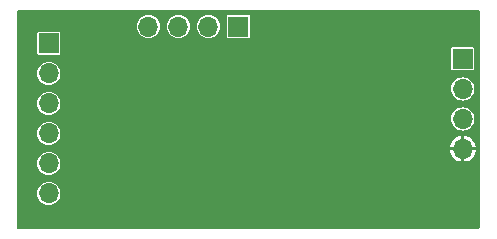
<source format=gbr>
%TF.GenerationSoftware,KiCad,Pcbnew,7.0.5*%
%TF.CreationDate,2023-10-03T15:35:51+05:30*%
%TF.ProjectId,ADS122C04,41445331-3232-4433-9034-2e6b69636164,rev?*%
%TF.SameCoordinates,Original*%
%TF.FileFunction,Copper,L2,Bot*%
%TF.FilePolarity,Positive*%
%FSLAX46Y46*%
G04 Gerber Fmt 4.6, Leading zero omitted, Abs format (unit mm)*
G04 Created by KiCad (PCBNEW 7.0.5) date 2023-10-03 15:35:51*
%MOMM*%
%LPD*%
G01*
G04 APERTURE LIST*
%TA.AperFunction,ComponentPad*%
%ADD10R,1.700000X1.700000*%
%TD*%
%TA.AperFunction,ComponentPad*%
%ADD11O,1.700000X1.700000*%
%TD*%
%TA.AperFunction,ViaPad*%
%ADD12C,0.800000*%
%TD*%
G04 APERTURE END LIST*
D10*
%TO.P,J1,1,Pin_1*%
%TO.N,Net-(J1-Pin_1)*%
X177901600Y-97028000D03*
D11*
%TO.P,J1,2,Pin_2*%
%TO.N,Net-(J1-Pin_2)*%
X177901600Y-99568000D03*
%TO.P,J1,3,Pin_3*%
%TO.N,Net-(J1-Pin_3)*%
X177901600Y-102108000D03*
%TO.P,J1,4,Pin_4*%
%TO.N,Net-(J1-Pin_4)*%
X177901600Y-104648000D03*
%TO.P,J1,5,Pin_5*%
%TO.N,Net-(J1-Pin_5)*%
X177901600Y-107188000D03*
%TO.P,J1,6,Pin_6*%
%TO.N,Net-(J1-Pin_6)*%
X177901600Y-109728000D03*
%TD*%
D10*
%TO.P,J2,1,Pin_1*%
%TO.N,Net-(J2-Pin_1)*%
X212953600Y-98348800D03*
D11*
%TO.P,J2,2,Pin_2*%
%TO.N,Net-(J2-Pin_2)*%
X212953600Y-100888800D03*
%TO.P,J2,3,Pin_3*%
%TO.N,+3V3*%
X212953600Y-103428800D03*
%TO.P,J2,4,Pin_4*%
%TO.N,GND*%
X212953600Y-105968800D03*
%TD*%
D10*
%TO.P,J3,1,Pin_1*%
%TO.N,Net-(J3-Pin_1)*%
X193954400Y-95605600D03*
D11*
%TO.P,J3,2,Pin_2*%
%TO.N,Net-(J3-Pin_2)*%
X191414400Y-95605600D03*
%TO.P,J3,3,Pin_3*%
%TO.N,Net-(J3-Pin_3)*%
X188874400Y-95605600D03*
%TO.P,J3,4,Pin_4*%
%TO.N,Net-(J3-Pin_4)*%
X186334400Y-95605600D03*
%TD*%
D12*
%TO.N,GND*%
X207314800Y-105105200D03*
X205384400Y-102666800D03*
X180949600Y-95351600D03*
%TD*%
%TA.AperFunction,Conductor*%
%TO.N,GND*%
G36*
X214377339Y-94264985D02*
G01*
X214423094Y-94317789D01*
X214434300Y-94369300D01*
X214434300Y-112589900D01*
X214414615Y-112656939D01*
X214361811Y-112702694D01*
X214310300Y-112713900D01*
X175293700Y-112713900D01*
X175226661Y-112694215D01*
X175180906Y-112641411D01*
X175169700Y-112589900D01*
X175169700Y-109728000D01*
X176919370Y-109728000D01*
X176938243Y-109919626D01*
X176994138Y-110103884D01*
X177084902Y-110273692D01*
X177084906Y-110273699D01*
X177207058Y-110422541D01*
X177355900Y-110544693D01*
X177355907Y-110544697D01*
X177525715Y-110635461D01*
X177525717Y-110635462D01*
X177709976Y-110691357D01*
X177901600Y-110710230D01*
X178093224Y-110691357D01*
X178277483Y-110635462D01*
X178447298Y-110544694D01*
X178596141Y-110422541D01*
X178718294Y-110273698D01*
X178809062Y-110103883D01*
X178864957Y-109919624D01*
X178883830Y-109728000D01*
X178864957Y-109536376D01*
X178809062Y-109352117D01*
X178718294Y-109182302D01*
X178718293Y-109182300D01*
X178596141Y-109033458D01*
X178447299Y-108911306D01*
X178447292Y-108911302D01*
X178277484Y-108820538D01*
X178093226Y-108764643D01*
X177901600Y-108745770D01*
X177709973Y-108764643D01*
X177525715Y-108820538D01*
X177355907Y-108911302D01*
X177355900Y-108911306D01*
X177207058Y-109033458D01*
X177084906Y-109182300D01*
X177084902Y-109182307D01*
X176994138Y-109352115D01*
X176938243Y-109536373D01*
X176919370Y-109728000D01*
X175169700Y-109728000D01*
X175169700Y-107188000D01*
X176919370Y-107188000D01*
X176938243Y-107379626D01*
X176994138Y-107563884D01*
X177084902Y-107733692D01*
X177084906Y-107733699D01*
X177207058Y-107882541D01*
X177355900Y-108004693D01*
X177355907Y-108004697D01*
X177525715Y-108095461D01*
X177525717Y-108095462D01*
X177709976Y-108151357D01*
X177901600Y-108170230D01*
X178093224Y-108151357D01*
X178277483Y-108095462D01*
X178447298Y-108004694D01*
X178596141Y-107882541D01*
X178718294Y-107733698D01*
X178809062Y-107563883D01*
X178864957Y-107379624D01*
X178883830Y-107188000D01*
X178864957Y-106996376D01*
X178809062Y-106812117D01*
X178809061Y-106812115D01*
X178718297Y-106642307D01*
X178718293Y-106642300D01*
X178596141Y-106493458D01*
X178447299Y-106371306D01*
X178447292Y-106371302D01*
X178277484Y-106280538D01*
X178093226Y-106224643D01*
X177901600Y-106205770D01*
X177709973Y-106224643D01*
X177525715Y-106280538D01*
X177355907Y-106371302D01*
X177355900Y-106371306D01*
X177207058Y-106493458D01*
X177084906Y-106642300D01*
X177084902Y-106642307D01*
X176994138Y-106812115D01*
X176938243Y-106996373D01*
X176919370Y-107188000D01*
X175169700Y-107188000D01*
X175169700Y-105843799D01*
X211860469Y-105843799D01*
X211860470Y-105843800D01*
X212469195Y-105843800D01*
X212453600Y-105896911D01*
X212453600Y-106040689D01*
X212469195Y-106093800D01*
X211860470Y-106093800D01*
X211867697Y-106171789D01*
X211867697Y-106171792D01*
X211923483Y-106367863D01*
X211923486Y-106367869D01*
X212014354Y-106550356D01*
X212137208Y-106713042D01*
X212287860Y-106850378D01*
X212461184Y-106957697D01*
X212651278Y-107031339D01*
X212828600Y-107064486D01*
X212828600Y-106455969D01*
X212917837Y-106468800D01*
X212989363Y-106468800D01*
X213078600Y-106455969D01*
X213078600Y-107064486D01*
X213255921Y-107031339D01*
X213446015Y-106957697D01*
X213619339Y-106850378D01*
X213769991Y-106713042D01*
X213892845Y-106550356D01*
X213983713Y-106367869D01*
X213983716Y-106367863D01*
X214039502Y-106171792D01*
X214039502Y-106171789D01*
X214046730Y-106093800D01*
X213438005Y-106093800D01*
X213453600Y-106040689D01*
X213453600Y-105896911D01*
X213438005Y-105843800D01*
X214046730Y-105843800D01*
X214046730Y-105843799D01*
X214039502Y-105765810D01*
X214039502Y-105765807D01*
X213983716Y-105569736D01*
X213983713Y-105569730D01*
X213892845Y-105387243D01*
X213769991Y-105224557D01*
X213619339Y-105087221D01*
X213446015Y-104979902D01*
X213255921Y-104906260D01*
X213078600Y-104873112D01*
X213078600Y-105481630D01*
X212989363Y-105468800D01*
X212917837Y-105468800D01*
X212828600Y-105481630D01*
X212828600Y-104873112D01*
X212651278Y-104906260D01*
X212461184Y-104979902D01*
X212287860Y-105087221D01*
X212137208Y-105224557D01*
X212014354Y-105387243D01*
X211923486Y-105569730D01*
X211923483Y-105569736D01*
X211867697Y-105765807D01*
X211867697Y-105765810D01*
X211860469Y-105843799D01*
X175169700Y-105843799D01*
X175169700Y-104647999D01*
X176919370Y-104647999D01*
X176938243Y-104839626D01*
X176994138Y-105023884D01*
X177084902Y-105193692D01*
X177084906Y-105193699D01*
X177207058Y-105342541D01*
X177355900Y-105464693D01*
X177355907Y-105464697D01*
X177392245Y-105484120D01*
X177525717Y-105555462D01*
X177709976Y-105611357D01*
X177901600Y-105630230D01*
X178093224Y-105611357D01*
X178277483Y-105555462D01*
X178447298Y-105464694D01*
X178596141Y-105342541D01*
X178718294Y-105193698D01*
X178809062Y-105023883D01*
X178864957Y-104839624D01*
X178883830Y-104648000D01*
X178864957Y-104456376D01*
X178809062Y-104272117D01*
X178718294Y-104102302D01*
X178718293Y-104102300D01*
X178596141Y-103953458D01*
X178447299Y-103831306D01*
X178447292Y-103831302D01*
X178277484Y-103740538D01*
X178093226Y-103684643D01*
X177901600Y-103665770D01*
X177709973Y-103684643D01*
X177525715Y-103740538D01*
X177355907Y-103831302D01*
X177355900Y-103831306D01*
X177207058Y-103953458D01*
X177084906Y-104102300D01*
X177084902Y-104102307D01*
X176994138Y-104272115D01*
X176938243Y-104456373D01*
X176919370Y-104647999D01*
X175169700Y-104647999D01*
X175169700Y-103428799D01*
X211971370Y-103428799D01*
X211990243Y-103620426D01*
X212046138Y-103804684D01*
X212136902Y-103974492D01*
X212136906Y-103974499D01*
X212259058Y-104123341D01*
X212407900Y-104245493D01*
X212407907Y-104245497D01*
X212457706Y-104272115D01*
X212577717Y-104336262D01*
X212761976Y-104392157D01*
X212953600Y-104411030D01*
X213145224Y-104392157D01*
X213329483Y-104336262D01*
X213499298Y-104245494D01*
X213648141Y-104123341D01*
X213770294Y-103974498D01*
X213861062Y-103804683D01*
X213916957Y-103620424D01*
X213935830Y-103428800D01*
X213916957Y-103237176D01*
X213861062Y-103052917D01*
X213792527Y-102924697D01*
X213770297Y-102883107D01*
X213770293Y-102883100D01*
X213648141Y-102734258D01*
X213499299Y-102612106D01*
X213499292Y-102612102D01*
X213329484Y-102521338D01*
X213145226Y-102465443D01*
X212953600Y-102446570D01*
X212761973Y-102465443D01*
X212577715Y-102521338D01*
X212407907Y-102612102D01*
X212407900Y-102612106D01*
X212259058Y-102734258D01*
X212136906Y-102883100D01*
X212136902Y-102883107D01*
X212046138Y-103052915D01*
X211990243Y-103237173D01*
X211971370Y-103428799D01*
X175169700Y-103428799D01*
X175169700Y-102108000D01*
X176919370Y-102108000D01*
X176938243Y-102299626D01*
X176994138Y-102483884D01*
X177084902Y-102653692D01*
X177084906Y-102653699D01*
X177207058Y-102802541D01*
X177355900Y-102924693D01*
X177355907Y-102924697D01*
X177525715Y-103015461D01*
X177525717Y-103015462D01*
X177709976Y-103071357D01*
X177901600Y-103090230D01*
X178093224Y-103071357D01*
X178277483Y-103015462D01*
X178447298Y-102924694D01*
X178596141Y-102802541D01*
X178718294Y-102653698D01*
X178809062Y-102483883D01*
X178864957Y-102299624D01*
X178883830Y-102108000D01*
X178864957Y-101916376D01*
X178809062Y-101732117D01*
X178718294Y-101562302D01*
X178718293Y-101562300D01*
X178596141Y-101413458D01*
X178447299Y-101291306D01*
X178447292Y-101291302D01*
X178277484Y-101200538D01*
X178093226Y-101144643D01*
X177901600Y-101125770D01*
X177709973Y-101144643D01*
X177525715Y-101200538D01*
X177355907Y-101291302D01*
X177355900Y-101291306D01*
X177207058Y-101413458D01*
X177084906Y-101562300D01*
X177084902Y-101562307D01*
X176994138Y-101732115D01*
X176938243Y-101916373D01*
X176919370Y-102108000D01*
X175169700Y-102108000D01*
X175169700Y-100888800D01*
X211971370Y-100888800D01*
X211990243Y-101080426D01*
X212046138Y-101264684D01*
X212136902Y-101434492D01*
X212136906Y-101434499D01*
X212259058Y-101583341D01*
X212407900Y-101705493D01*
X212407907Y-101705497D01*
X212457706Y-101732115D01*
X212577717Y-101796262D01*
X212761976Y-101852157D01*
X212953600Y-101871030D01*
X213145224Y-101852157D01*
X213329483Y-101796262D01*
X213499298Y-101705494D01*
X213648141Y-101583341D01*
X213770294Y-101434498D01*
X213861062Y-101264683D01*
X213916957Y-101080424D01*
X213935830Y-100888800D01*
X213916957Y-100697176D01*
X213861062Y-100512917D01*
X213792527Y-100384697D01*
X213770297Y-100343107D01*
X213770293Y-100343100D01*
X213648141Y-100194258D01*
X213499299Y-100072106D01*
X213499292Y-100072102D01*
X213329484Y-99981338D01*
X213145226Y-99925443D01*
X212953600Y-99906570D01*
X212761973Y-99925443D01*
X212577715Y-99981338D01*
X212407907Y-100072102D01*
X212407900Y-100072106D01*
X212259058Y-100194258D01*
X212136906Y-100343100D01*
X212136902Y-100343107D01*
X212046138Y-100512915D01*
X211990243Y-100697173D01*
X211971370Y-100888800D01*
X175169700Y-100888800D01*
X175169700Y-99568000D01*
X176919370Y-99568000D01*
X176938243Y-99759626D01*
X176994138Y-99943884D01*
X177084902Y-100113692D01*
X177084906Y-100113699D01*
X177207058Y-100262541D01*
X177355900Y-100384693D01*
X177355907Y-100384697D01*
X177525715Y-100475461D01*
X177525717Y-100475462D01*
X177709976Y-100531357D01*
X177901600Y-100550230D01*
X178093224Y-100531357D01*
X178277483Y-100475462D01*
X178447298Y-100384694D01*
X178596141Y-100262541D01*
X178718294Y-100113698D01*
X178809062Y-99943883D01*
X178864957Y-99759624D01*
X178883830Y-99568000D01*
X178864957Y-99376376D01*
X178814899Y-99211358D01*
X211976100Y-99211358D01*
X211983498Y-99248549D01*
X212011677Y-99290722D01*
X212053850Y-99318901D01*
X212053852Y-99318902D01*
X212081805Y-99324462D01*
X212091041Y-99326300D01*
X212091042Y-99326300D01*
X213816159Y-99326300D01*
X213823557Y-99324828D01*
X213853348Y-99318902D01*
X213895522Y-99290722D01*
X213923702Y-99248548D01*
X213931100Y-99211358D01*
X213931100Y-97486242D01*
X213923702Y-97449052D01*
X213923701Y-97449050D01*
X213895522Y-97406877D01*
X213853349Y-97378698D01*
X213816159Y-97371300D01*
X213816158Y-97371300D01*
X212091042Y-97371300D01*
X212091041Y-97371300D01*
X212053850Y-97378698D01*
X212011677Y-97406877D01*
X211983498Y-97449050D01*
X211976100Y-97486241D01*
X211976100Y-99211358D01*
X178814899Y-99211358D01*
X178809062Y-99192117D01*
X178718294Y-99022302D01*
X178718293Y-99022300D01*
X178596141Y-98873458D01*
X178447299Y-98751306D01*
X178447292Y-98751302D01*
X178277484Y-98660538D01*
X178093226Y-98604643D01*
X177901600Y-98585770D01*
X177709973Y-98604643D01*
X177525715Y-98660538D01*
X177355907Y-98751302D01*
X177355900Y-98751306D01*
X177207058Y-98873458D01*
X177084906Y-99022300D01*
X177084902Y-99022307D01*
X176994138Y-99192115D01*
X176938243Y-99376373D01*
X176919370Y-99568000D01*
X175169700Y-99568000D01*
X175169700Y-97890558D01*
X176924100Y-97890558D01*
X176931498Y-97927749D01*
X176959677Y-97969922D01*
X177001850Y-97998101D01*
X177001852Y-97998102D01*
X177029805Y-98003662D01*
X177039041Y-98005500D01*
X177039042Y-98005500D01*
X178764159Y-98005500D01*
X178771557Y-98004028D01*
X178801348Y-97998102D01*
X178843522Y-97969922D01*
X178871702Y-97927748D01*
X178879100Y-97890558D01*
X178879100Y-96165442D01*
X178871702Y-96128252D01*
X178871701Y-96128250D01*
X178843522Y-96086077D01*
X178801349Y-96057898D01*
X178764159Y-96050500D01*
X178764158Y-96050500D01*
X177039042Y-96050500D01*
X177039041Y-96050500D01*
X177001850Y-96057898D01*
X176959677Y-96086077D01*
X176931498Y-96128250D01*
X176924100Y-96165441D01*
X176924100Y-97890558D01*
X175169700Y-97890558D01*
X175169700Y-95605599D01*
X185352170Y-95605599D01*
X185371043Y-95797226D01*
X185426938Y-95981484D01*
X185517702Y-96151292D01*
X185517706Y-96151299D01*
X185639858Y-96300141D01*
X185788700Y-96422293D01*
X185788707Y-96422297D01*
X185944085Y-96505348D01*
X185958517Y-96513062D01*
X186142776Y-96568957D01*
X186334400Y-96587830D01*
X186526024Y-96568957D01*
X186710283Y-96513062D01*
X186880098Y-96422294D01*
X187028941Y-96300141D01*
X187151094Y-96151298D01*
X187241862Y-95981483D01*
X187297757Y-95797224D01*
X187316630Y-95605600D01*
X187892170Y-95605600D01*
X187911043Y-95797226D01*
X187966938Y-95981484D01*
X188057702Y-96151292D01*
X188057706Y-96151299D01*
X188179858Y-96300141D01*
X188328700Y-96422293D01*
X188328707Y-96422297D01*
X188484085Y-96505348D01*
X188498517Y-96513062D01*
X188682776Y-96568957D01*
X188874400Y-96587830D01*
X189066024Y-96568957D01*
X189250283Y-96513062D01*
X189420098Y-96422294D01*
X189568941Y-96300141D01*
X189691094Y-96151298D01*
X189781862Y-95981483D01*
X189837757Y-95797224D01*
X189856630Y-95605600D01*
X189856630Y-95605599D01*
X190432170Y-95605599D01*
X190451043Y-95797226D01*
X190506938Y-95981484D01*
X190597702Y-96151292D01*
X190597706Y-96151299D01*
X190719858Y-96300141D01*
X190868700Y-96422293D01*
X190868707Y-96422297D01*
X191024085Y-96505348D01*
X191038517Y-96513062D01*
X191222776Y-96568957D01*
X191414400Y-96587830D01*
X191606024Y-96568957D01*
X191790283Y-96513062D01*
X191874292Y-96468158D01*
X192976900Y-96468158D01*
X192984298Y-96505349D01*
X193012477Y-96547522D01*
X193054650Y-96575701D01*
X193054652Y-96575702D01*
X193082605Y-96581262D01*
X193091841Y-96583100D01*
X193091842Y-96583100D01*
X194816959Y-96583100D01*
X194824357Y-96581628D01*
X194854148Y-96575702D01*
X194896322Y-96547522D01*
X194924502Y-96505348D01*
X194931900Y-96468158D01*
X194931900Y-94743042D01*
X194924502Y-94705852D01*
X194919348Y-94698138D01*
X194896322Y-94663677D01*
X194854149Y-94635498D01*
X194816959Y-94628100D01*
X194816958Y-94628100D01*
X193091842Y-94628100D01*
X193091841Y-94628100D01*
X193054650Y-94635498D01*
X193012477Y-94663677D01*
X192984298Y-94705850D01*
X192976900Y-94743041D01*
X192976900Y-96468158D01*
X191874292Y-96468158D01*
X191960098Y-96422294D01*
X192108941Y-96300141D01*
X192231094Y-96151298D01*
X192321862Y-95981483D01*
X192377757Y-95797224D01*
X192396630Y-95605600D01*
X192377757Y-95413976D01*
X192321862Y-95229717D01*
X192231094Y-95059902D01*
X192231093Y-95059900D01*
X192108941Y-94911058D01*
X191960099Y-94788906D01*
X191960092Y-94788902D01*
X191790284Y-94698138D01*
X191606026Y-94642243D01*
X191414400Y-94623370D01*
X191222773Y-94642243D01*
X191038515Y-94698138D01*
X190868707Y-94788902D01*
X190868700Y-94788906D01*
X190719858Y-94911058D01*
X190597706Y-95059900D01*
X190597702Y-95059907D01*
X190506938Y-95229715D01*
X190451043Y-95413973D01*
X190432170Y-95605599D01*
X189856630Y-95605599D01*
X189837757Y-95413976D01*
X189781862Y-95229717D01*
X189691094Y-95059902D01*
X189691093Y-95059900D01*
X189568941Y-94911058D01*
X189420099Y-94788906D01*
X189420092Y-94788902D01*
X189250284Y-94698138D01*
X189066026Y-94642243D01*
X188874400Y-94623370D01*
X188682773Y-94642243D01*
X188498515Y-94698138D01*
X188328707Y-94788902D01*
X188328700Y-94788906D01*
X188179858Y-94911058D01*
X188057706Y-95059900D01*
X188057702Y-95059907D01*
X187966938Y-95229715D01*
X187911043Y-95413973D01*
X187892170Y-95605600D01*
X187316630Y-95605600D01*
X187297757Y-95413976D01*
X187241862Y-95229717D01*
X187151094Y-95059902D01*
X187151093Y-95059900D01*
X187028941Y-94911058D01*
X186880099Y-94788906D01*
X186880092Y-94788902D01*
X186710284Y-94698138D01*
X186526026Y-94642243D01*
X186334400Y-94623370D01*
X186142773Y-94642243D01*
X185958515Y-94698138D01*
X185788707Y-94788902D01*
X185788700Y-94788906D01*
X185639858Y-94911058D01*
X185517706Y-95059900D01*
X185517702Y-95059907D01*
X185426938Y-95229715D01*
X185371043Y-95413973D01*
X185352170Y-95605599D01*
X175169700Y-95605599D01*
X175169700Y-94369300D01*
X175189385Y-94302261D01*
X175242189Y-94256506D01*
X175293700Y-94245300D01*
X214310300Y-94245300D01*
X214377339Y-94264985D01*
G37*
%TD.AperFunction*%
%TD*%
M02*

</source>
